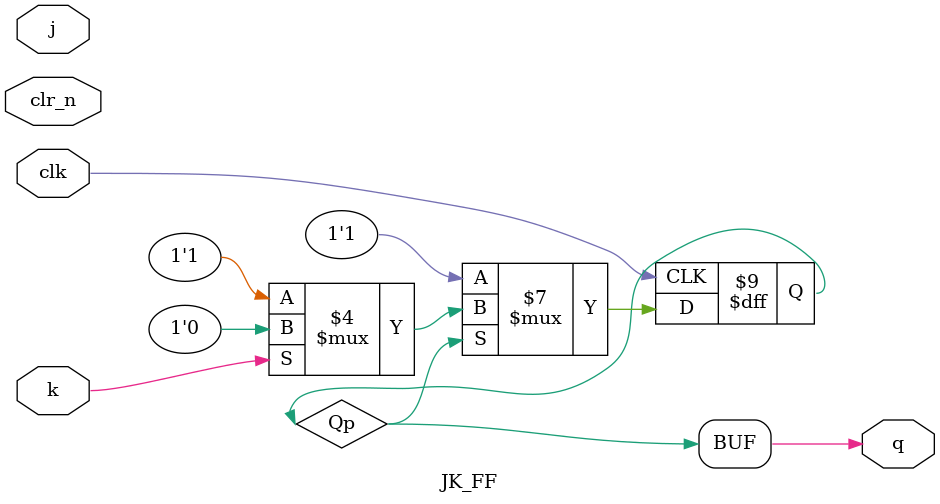
<source format=v>
module JK_FF (
				  input clk, j, k,
				  input clr_n,
				  output q
				  );

				 
reg Qp;
initial Qp<=0;
always @ (posedge clk )
begin
  if (~Qp)
    Qp <= 1'b1;
  else begin
    Qp<= (k==1)?1'd0:1'd1;
  end
end
assign q = Qp;
endmodule

</source>
